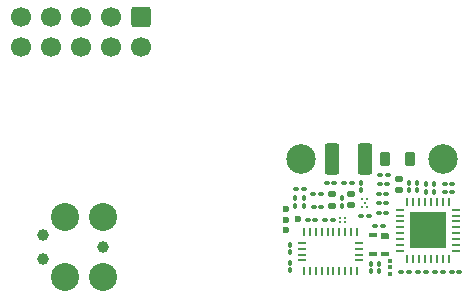
<source format=gbr>
%TF.GenerationSoftware,KiCad,Pcbnew,7.0.6*%
%TF.CreationDate,2023-09-10T10:28:08-04:00*%
%TF.ProjectId,headstage-neuropix1e,68656164-7374-4616-9765-2d6e6575726f,B*%
%TF.SameCoordinates,Original*%
%TF.FileFunction,Soldermask,Bot*%
%TF.FilePolarity,Negative*%
%FSLAX46Y46*%
G04 Gerber Fmt 4.6, Leading zero omitted, Abs format (unit mm)*
G04 Created by KiCad (PCBNEW 7.0.6) date 2023-09-10 10:28:08*
%MOMM*%
%LPD*%
G01*
G04 APERTURE LIST*
G04 Aperture macros list*
%AMRoundRect*
0 Rectangle with rounded corners*
0 $1 Rounding radius*
0 $2 $3 $4 $5 $6 $7 $8 $9 X,Y pos of 4 corners*
0 Add a 4 corners polygon primitive as box body*
4,1,4,$2,$3,$4,$5,$6,$7,$8,$9,$2,$3,0*
0 Add four circle primitives for the rounded corners*
1,1,$1+$1,$2,$3*
1,1,$1+$1,$4,$5*
1,1,$1+$1,$6,$7*
1,1,$1+$1,$8,$9*
0 Add four rect primitives between the rounded corners*
20,1,$1+$1,$2,$3,$4,$5,0*
20,1,$1+$1,$4,$5,$6,$7,0*
20,1,$1+$1,$6,$7,$8,$9,0*
20,1,$1+$1,$8,$9,$2,$3,0*%
%AMFreePoly0*
4,1,6,0.350000,-0.250000,-0.225000,-0.250000,-0.350000,-0.125000,-0.350000,0.250000,0.350000,0.250000,0.350000,-0.250000,0.350000,-0.250000,$1*%
%AMFreePoly1*
4,1,13,-0.200000,0.080000,-0.190866,0.125922,-0.164853,0.164853,-0.125922,0.190866,-0.080000,0.200000,0.200000,0.200000,0.200000,-0.200000,-0.080000,-0.200000,-0.125922,-0.190866,-0.164853,-0.164853,-0.190866,-0.125922,-0.200000,-0.080000,-0.200000,0.080000,-0.200000,0.080000,$1*%
%AMFreePoly2*
4,1,13,-0.200000,0.200000,0.080000,0.200000,0.125922,0.190866,0.164853,0.164853,0.190866,0.125922,0.200000,0.080000,0.200000,-0.080000,0.190866,-0.125922,0.164853,-0.164853,0.125922,-0.190866,0.080000,-0.200000,-0.200000,-0.200000,-0.200000,0.200000,-0.200000,0.200000,$1*%
G04 Aperture macros list end*
%ADD10C,2.374900*%
%ADD11C,0.990600*%
%ADD12C,2.500000*%
%ADD13RoundRect,0.250000X-0.600000X0.600000X-0.600000X-0.600000X0.600000X-0.600000X0.600000X0.600000X0*%
%ADD14C,1.700000*%
%ADD15RoundRect,0.218750X0.218750X0.381250X-0.218750X0.381250X-0.218750X-0.381250X0.218750X-0.381250X0*%
%ADD16RoundRect,0.100000X0.130000X0.100000X-0.130000X0.100000X-0.130000X-0.100000X0.130000X-0.100000X0*%
%ADD17C,0.600000*%
%ADD18RoundRect,0.100000X-0.130000X-0.100000X0.130000X-0.100000X0.130000X0.100000X-0.130000X0.100000X0*%
%ADD19C,0.200000*%
%ADD20C,0.216000*%
%ADD21R,0.254000X0.675000*%
%ADD22R,0.675000X0.254000*%
%ADD23RoundRect,0.100000X0.100000X-0.130000X0.100000X0.130000X-0.100000X0.130000X-0.100000X-0.130000X0*%
%ADD24RoundRect,0.140000X-0.170000X0.140000X-0.170000X-0.140000X0.170000X-0.140000X0.170000X0.140000X0*%
%ADD25RoundRect,0.140000X0.170000X-0.140000X0.170000X0.140000X-0.170000X0.140000X-0.170000X-0.140000X0*%
%ADD26FreePoly0,180.000000*%
%ADD27R,0.700000X0.400000*%
%ADD28FreePoly1,90.000000*%
%ADD29R,0.400000X0.400000*%
%ADD30FreePoly2,90.000000*%
%ADD31RoundRect,0.100000X-0.100000X0.130000X-0.100000X-0.130000X0.100000X-0.130000X0.100000X0.130000X0*%
%ADD32RoundRect,0.036000X-0.264000X0.084000X-0.264000X-0.084000X0.264000X-0.084000X0.264000X0.084000X0*%
%ADD33RoundRect,0.036000X0.084000X0.264000X-0.084000X0.264000X-0.084000X-0.264000X0.084000X-0.264000X0*%
%ADD34RoundRect,0.036000X-0.084000X-0.264000X0.084000X-0.264000X0.084000X0.264000X-0.084000X0.264000X0*%
%ADD35RoundRect,0.062000X-1.488000X-1.488000X1.488000X-1.488000X1.488000X1.488000X-1.488000X1.488000X0*%
%ADD36RoundRect,0.250000X-0.375000X-1.075000X0.375000X-1.075000X0.375000X1.075000X-0.375000X1.075000X0*%
G04 APERTURE END LIST*
D10*
%TO.C,J4*%
X119830000Y-98440000D03*
D11*
X119830000Y-95900000D03*
D10*
X119830000Y-93360000D03*
X116655000Y-98440000D03*
X116655000Y-93360000D03*
D11*
X114750000Y-96916000D03*
X114750000Y-94884000D03*
%TD*%
D12*
%TO.C,TP1*%
X136600000Y-88500000D03*
%TD*%
D13*
%TO.C,J3*%
X123080000Y-76447500D03*
D14*
X123080000Y-78987500D03*
X120540000Y-76447500D03*
X120540000Y-78987500D03*
X118000000Y-76447500D03*
X118000000Y-78987500D03*
X115460000Y-76447500D03*
X115460000Y-78987500D03*
X112920000Y-76447500D03*
X112920000Y-78987500D03*
%TD*%
D12*
%TO.C,TP2*%
X148600000Y-88500000D03*
%TD*%
D15*
%TO.C,L2*%
X145812500Y-88500000D03*
X143687500Y-88500000D03*
%TD*%
D16*
%TO.C,C15*%
X145740000Y-98050000D03*
X145100000Y-98050000D03*
%TD*%
D17*
%TO.C,TP5*%
X135360000Y-92680000D03*
%TD*%
D18*
%TO.C,R9*%
X143180000Y-93000000D03*
X143820000Y-93000000D03*
%TD*%
D19*
%TO.C,U1*%
X139935000Y-93415000D03*
X139935000Y-93765000D03*
X140285000Y-93415000D03*
X140285000Y-93765000D03*
%TD*%
D18*
%TO.C,R6*%
X148780000Y-90550000D03*
X149420000Y-90550000D03*
%TD*%
D20*
%TO.C,U8*%
X141800000Y-92546500D03*
X142200000Y-92546500D03*
X142000000Y-92200000D03*
X141800000Y-91853500D03*
X142200000Y-91853500D03*
%TD*%
D18*
%TO.C,C4*%
X137640000Y-91410000D03*
X138280000Y-91410000D03*
%TD*%
D16*
%TO.C,C32*%
X142320000Y-93300000D03*
X141680000Y-93300000D03*
%TD*%
D21*
%TO.C,U9*%
X136850000Y-97962500D03*
D22*
X136712500Y-97050000D03*
X136712500Y-96550000D03*
X136712500Y-96050000D03*
X136712500Y-95550000D03*
D21*
X136850000Y-94637500D03*
X137350000Y-94637500D03*
X137850000Y-94637500D03*
X138350000Y-94637500D03*
X138850000Y-94637500D03*
X139350000Y-94637500D03*
X139850000Y-94637500D03*
X140350000Y-94637500D03*
X140850000Y-94637500D03*
X141350000Y-94637500D03*
D22*
X141487500Y-95550000D03*
X141487500Y-96050000D03*
X141487500Y-96550000D03*
X141487500Y-97050000D03*
D21*
X141350000Y-97962500D03*
X140850000Y-97962500D03*
X140350000Y-97962500D03*
X139850000Y-97962500D03*
X139350000Y-97962500D03*
X138850000Y-97962500D03*
X138350000Y-97962500D03*
X137850000Y-97962500D03*
X137350000Y-97962500D03*
%TD*%
D23*
%TO.C,R16*%
X141700000Y-91120000D03*
X141700000Y-90480000D03*
%TD*%
D18*
%TO.C,R8*%
X143180000Y-91400000D03*
X143820000Y-91400000D03*
%TD*%
D24*
%TO.C,C6*%
X139190000Y-91450000D03*
X139190000Y-92410000D03*
%TD*%
D17*
%TO.C,TP6*%
X136320000Y-93550000D03*
%TD*%
D18*
%TO.C,C35*%
X137180000Y-93600000D03*
X137820000Y-93600000D03*
%TD*%
D17*
%TO.C,TP3*%
X135370000Y-94500000D03*
%TD*%
D25*
%TO.C,C18*%
X144900000Y-91080000D03*
X144900000Y-90120000D03*
%TD*%
D18*
%TO.C,R3*%
X138780000Y-90450000D03*
X139420000Y-90450000D03*
%TD*%
D23*
%TO.C,C17*%
X146450000Y-91120000D03*
X146450000Y-90480000D03*
%TD*%
D26*
%TO.C,U7*%
X143675000Y-94975000D03*
D27*
X143675000Y-96475000D03*
X142725000Y-96475000D03*
X142725000Y-94925000D03*
%TD*%
D28*
%TO.C,JP1*%
X144125000Y-98165000D03*
D29*
X144125000Y-97625000D03*
D30*
X144125000Y-97085000D03*
%TD*%
D16*
%TO.C,L3*%
X143920000Y-90600000D03*
X143280000Y-90600000D03*
%TD*%
D23*
%TO.C,C9*%
X136120000Y-92420000D03*
X136120000Y-91780000D03*
%TD*%
D18*
%TO.C,C13*%
X149360000Y-98000000D03*
X150000000Y-98000000D03*
%TD*%
%TO.C,C5*%
X137680000Y-92490000D03*
X138320000Y-92490000D03*
%TD*%
D31*
%TO.C,R17*%
X143225000Y-97330000D03*
X143225000Y-97970000D03*
%TD*%
D16*
%TO.C,C27*%
X143820000Y-92200000D03*
X143180000Y-92200000D03*
%TD*%
D23*
%TO.C,C2*%
X140030000Y-92430000D03*
X140030000Y-91790000D03*
%TD*%
D31*
%TO.C,C34*%
X135650000Y-97230000D03*
X135650000Y-97870000D03*
%TD*%
D23*
%TO.C,C31*%
X142500000Y-97970000D03*
X142500000Y-97330000D03*
%TD*%
%TO.C,C25*%
X147900000Y-91220000D03*
X147900000Y-90580000D03*
%TD*%
D16*
%TO.C,C12*%
X148600000Y-98000000D03*
X147960000Y-98000000D03*
%TD*%
%TO.C,C1*%
X139300000Y-93590000D03*
X138660000Y-93590000D03*
%TD*%
D18*
%TO.C,C29*%
X140280000Y-90450000D03*
X140920000Y-90450000D03*
%TD*%
D17*
%TO.C,TP4*%
X135370000Y-93600000D03*
%TD*%
D18*
%TO.C,R4*%
X143330000Y-89800000D03*
X143970000Y-89800000D03*
%TD*%
%TO.C,C14*%
X146530000Y-98000000D03*
X147170000Y-98000000D03*
%TD*%
D23*
%TO.C,C11*%
X136870000Y-92420000D03*
X136870000Y-91780000D03*
%TD*%
D25*
%TO.C,C3*%
X140870000Y-92390000D03*
X140870000Y-91430000D03*
%TD*%
D31*
%TO.C,C33*%
X135650000Y-95730000D03*
X135650000Y-96370000D03*
%TD*%
D23*
%TO.C,C16*%
X145750000Y-91120000D03*
X145750000Y-90480000D03*
%TD*%
D32*
%TO.C,U5*%
X144950000Y-96250000D03*
X144950000Y-95750000D03*
X144950000Y-95250000D03*
X144950000Y-94750000D03*
X144950000Y-94250000D03*
X144950000Y-93750000D03*
X144950000Y-93250000D03*
X144950000Y-92750000D03*
D33*
X145600000Y-92100000D03*
X146100000Y-92100000D03*
X146600000Y-92100000D03*
X147100000Y-92100000D03*
X147600000Y-92100000D03*
X148100000Y-92100000D03*
D34*
X148600000Y-92100000D03*
D33*
X149100000Y-92100000D03*
D32*
X149750000Y-92750000D03*
X149750000Y-93250000D03*
X149750000Y-93750000D03*
X149750000Y-94250000D03*
X149750000Y-94750000D03*
X149750000Y-95250001D03*
X149750000Y-95750000D03*
X149750000Y-96250000D03*
D33*
X149100000Y-96900000D03*
X148600000Y-96900000D03*
X148100000Y-96900000D03*
X147600000Y-96900000D03*
X147100000Y-96900000D03*
X146600000Y-96900000D03*
X146100000Y-96900000D03*
X145600000Y-96900000D03*
D35*
X147350000Y-94500000D03*
%TD*%
D18*
%TO.C,C8*%
X136180000Y-91000000D03*
X136820000Y-91000000D03*
%TD*%
D36*
%TO.C,L1*%
X139200000Y-88500000D03*
X142000000Y-88500000D03*
%TD*%
D16*
%TO.C,R7*%
X149420000Y-91250000D03*
X148780000Y-91250000D03*
%TD*%
D18*
%TO.C,C30*%
X142880000Y-94100000D03*
X143520000Y-94100000D03*
%TD*%
D23*
%TO.C,C26*%
X147200000Y-91220000D03*
X147200000Y-90580000D03*
%TD*%
M02*

</source>
